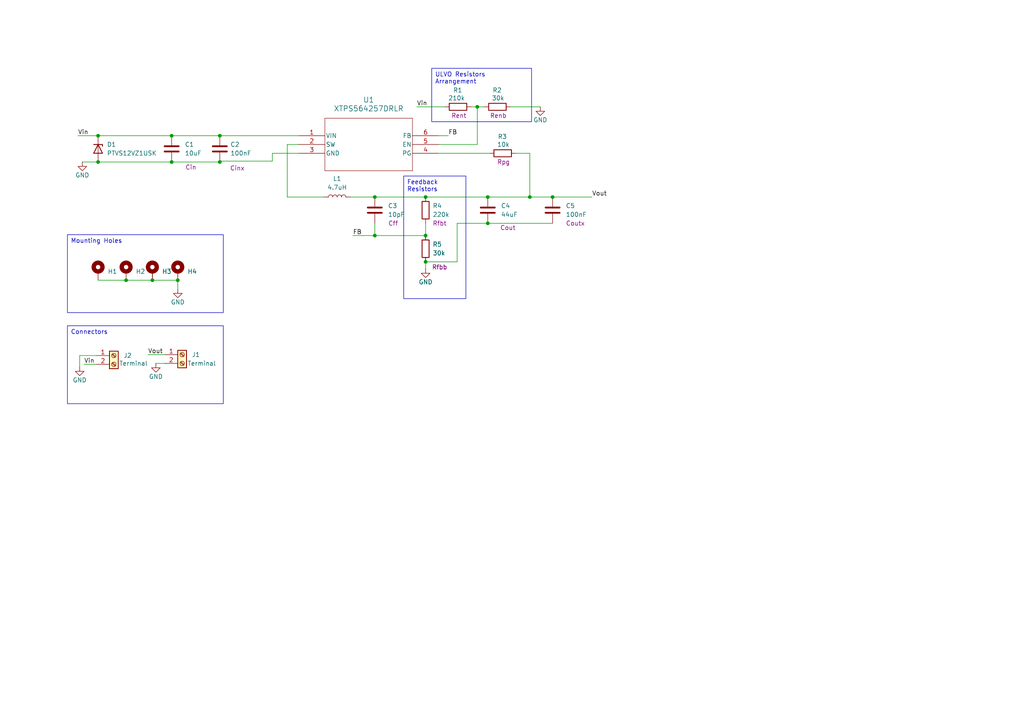
<source format=kicad_sch>
(kicad_sch (version 20231120) (generator "eeschema") (generator_version "8.0")
  (paper "A4")
  (lib_symbols
    (symbol "Connector:Screw_Terminal_01x02" (pin_names (offset 1.016) hide)
      (property "Reference" "J" (at 0 2.54 0))
      (property "Value" "Screw_Terminal_01x02" (at 0 -5.08 0))
      (symbol "Screw_Terminal_01x02_1_1"
        (rectangle (start -1.27 1.27) (end 1.27 -3.81) (stroke (width 0.254)) (fill (type background)))
        (circle (center 0 -2.54) (radius 0.635) (stroke (width 0.1524)))
        (polyline (pts (xy -0.5334 -2.2098) (xy 0.3302 -3.048)) (stroke (width 0.1524)))
        (polyline (pts (xy -0.5334 0.3302) (xy 0.3302 -0.508)) (stroke (width 0.1524)))
        (polyline (pts (xy -0.3556 -2.032) (xy 0.508 -2.8702)) (stroke (width 0.1524)))
        (polyline (pts (xy -0.3556 0.508) (xy 0.508 -0.3302)) (stroke (width 0.1524)))
        (circle (center 0 0) (radius 0.635) (stroke (width 0.1524)))
        (pin passive line (at -5.08 0 0) (length 3.81) (name "Pin_1") (number "1"))
        (pin passive line (at -5.08 -2.54 0) (length 3.81) (name "Pin_2") (number "2"))
      )
    )
    (symbol "Device:C" (pin_numbers hide) (pin_names (offset 0.254))
      (property "Reference" "C" (at 0.635 2.54 0))
      (property "Value" "C" (at 0.635 -2.54 0))
      (symbol "C_0_1"
        (polyline (pts (xy -2.032 -0.762) (xy 2.032 -0.762)) (stroke (width 0.508)))
        (polyline (pts (xy -2.032 0.762) (xy 2.032 0.762)) (stroke (width 0.508)))
      )
      (symbol "C_1_1"
        (pin passive line (at 0 3.81 270) (length 2.794) (name "~") (number "1"))
        (pin passive line (at 0 -3.81 90) (length 2.794) (name "~") (number "2"))
      )
    )
    (symbol "Device:L" (pin_numbers hide) (pin_names (offset 1.016) hide)
      (property "Reference" "L" (at -1.27 0 90))
      (property "Value" "L" (at 1.905 0 90))
      (symbol "L_0_1"
        (arc (start 0 -2.54) (mid 0.6323 -1.905) (end 0 -1.27))
        (arc (start 0 -1.27) (mid 0.6323 -0.635) (end 0 0))
        (arc (start 0 0) (mid 0.6323 0.635) (end 0 1.27))
        (arc (start 0 1.27) (mid 0.6323 1.905) (end 0 2.54))
      )
      (symbol "L_1_1"
        (pin passive line (at 0 3.81 270) (length 1.27) (name "1") (number "1"))
        (pin passive line (at 0 -3.81 90) (length 1.27) (name "2") (number "2"))
      )
    )
    (symbol "Device:R" (pin_numbers hide) (pin_names (offset 0))
      (property "Reference" "R" (at 2.032 0 90))
      (property "Value" "R" (at 0 0 90))
      (symbol "R_0_1"
        (rectangle (start -1.016 -2.54) (end 1.016 2.54) (stroke (width 0.254)))
      )
      (symbol "R_1_1"
        (pin passive line (at 0 3.81 270) (length 1.27) (name "~") (number "1"))
        (pin passive line (at 0 -3.81 90) (length 1.27) (name "~") (number "2"))
      )
    )
    (symbol "Diode:PTVS12VZ1USK" (pin_numbers hide) (pin_names hide)
      (property "Reference" "D" (at 0 2.54 0))
      (property "Value" "PTVS12VZ1USK" (at 0 -2.54 0))
      (symbol "PTVS12VZ1USK_0_1"
        (polyline (pts (xy 1.27 0) (xy -1.27 0)))
        (polyline (pts (xy -1.27 -1.27) (xy -1.27 1.27) (xy -0.762 1.27)) (stroke (width 0.254)))
        (polyline (pts (xy 1.27 -1.27) (xy 1.27 1.27) (xy -1.27 0) (xy 1.27 -1.27)) (stroke (width 0.254)))
      )
      (symbol "PTVS12VZ1USK_1_1"
        (pin passive line (at -3.81 0 0) (length 2.54) (name "K") (number "1"))
        (pin passive line (at 3.81 0 180) (length 2.54) (name "A") (number "2"))
      )
    )
    (symbol "Mechanical:MountingHole_Pad" (pin_numbers hide) (pin_names (offset 1.016) hide) (exclude_from_sim yes) (in_bom no)
      (property "Reference" "H" (at 0 6.35 0))
      (property "Value" "MountingHole_Pad" (at 0 4.445 0))
      (symbol "MountingHole_Pad_0_1"
        (circle (center 0 1.27) (radius 1.27) (stroke (width 1.27)))
      )
      (symbol "MountingHole_Pad_1_1"
        (pin input line (at 0 -2.54 90) (length 2.54) (name "1") (number "1"))
      )
    )
    (symbol "TPS564257DRLR:XTPS564257DRLR" (pin_names (offset 0.254))
      (property "Reference" "U" (at 20.32 10.16 0))
      (property "Value" "XTPS564257DRLR" (at 20.32 7.62 0))
      (symbol "XTPS564257DRLR_0_1"
        (polyline (pts (xy 7.62 -10.16) (xy 33.02 -10.16)) (stroke (width 0.127)))
        (polyline (pts (xy 7.62 5.08) (xy 7.62 -10.16)) (stroke (width 0.127)))
        (polyline (pts (xy 33.02 -10.16) (xy 33.02 5.08)) (stroke (width 0.127)))
        (polyline (pts (xy 33.02 5.08) (xy 7.62 5.08)) (stroke (width 0.127)))
        (pin power_in line (at 0 0 0) (length 7.62) (name "VIN") (number "1"))
        (pin power_in line (at 0 -2.54 0) (length 7.62) (name "SW") (number "2"))
        (pin power_out line (at 0 -5.08 0) (length 7.62) (name "GND") (number "3"))
        (pin unspecified line (at 40.64 -5.08 180) (length 7.62) (name "PG") (number "4"))
        (pin unspecified line (at 40.64 -2.54 180) (length 7.62) (name "EN") (number "5"))
        (pin unspecified line (at 40.64 0 180) (length 7.62) (name "FB") (number "6"))
      )
    )
    (symbol "power:GND" (power) (pin_numbers hide) (pin_names (offset 0) hide)
      (property "Value" "GND" (at 0 -3.81 0))
      (symbol "GND_0_1"
        (polyline (pts (xy 0 0) (xy 0 -1.27) (xy 1.27 -1.27) (xy 0 -2.54) (xy -1.27 -1.27) (xy 0 -1.27)))
      )
      (symbol "GND_1_1"
        (pin power_in line (at 0 0 270) (length 0) (name "~") (number "1"))
      )
    )
  )
  (junction (at 141.478 57.15))
  (junction (at 160.274 57.15))
  (junction (at 123.444 75.946))
  (junction (at 108.712 57.15))
  (junction (at 49.784 39.37))
  (junction (at 44.196 81.28))
  (junction (at 49.784 46.99))
  (junction (at 141.478 64.77))
  (junction (at 28.448 39.37))
  (junction (at 63.754 39.37))
  (junction (at 63.754 46.99))
  (junction (at 153.67 57.15))
  (junction (at 138.43 30.988))
  (junction (at 36.576 81.28))
  (junction (at 51.562 81.28))
  (junction (at 108.712 68.326))
  (junction (at 123.444 57.15))
  (junction (at 28.448 46.99))
  (junction (at 123.444 68.326))
  (wire (pts (xy 22.606 39.37) (xy 28.448 39.37)))
  (wire (pts (xy 83.312 41.91) (xy 83.312 57.15)))
  (wire (pts (xy 83.312 57.15) (xy 93.98 57.15)))
  (wire (pts (xy 108.712 64.77) (xy 108.712 68.326)))
  (wire (pts (xy 63.754 46.736) (xy 78.994 46.736)))
  (wire (pts (xy 28.448 46.99) (xy 49.784 46.99)))
  (wire (pts (xy 123.444 75.946) (xy 132.588 75.946)))
  (wire (pts (xy 23.876 46.99) (xy 28.448 46.99)))
  (wire (pts (xy 132.588 64.77) (xy 141.478 64.77)))
  (wire (pts (xy 101.6 57.15) (xy 108.712 57.15)))
  (wire (pts (xy 138.43 30.988) (xy 140.462 30.988)))
  (wire (pts (xy 45.212 105.41) (xy 47.752 105.41)))
  (wire (pts (xy 130.048 39.37) (xy 127.254 39.37)))
  (wire (pts (xy 36.576 81.28) (xy 28.448 81.28)))
  (wire (pts (xy 123.444 57.15) (xy 141.478 57.15)))
  (wire (pts (xy 23.114 103.124) (xy 27.94 103.124)))
  (wire (pts (xy 171.704 57.15) (xy 160.274 57.15)))
  (wire (pts (xy 153.67 44.45) (xy 153.67 57.15)))
  (wire (pts (xy 138.43 41.91) (xy 138.43 30.988)))
  (wire (pts (xy 149.606 44.45) (xy 153.67 44.45)))
  (wire (pts (xy 123.444 64.77) (xy 123.444 68.326)))
  (wire (pts (xy 63.754 46.99) (xy 49.784 46.99)))
  (wire (pts (xy 78.994 44.45) (xy 86.614 44.45)))
  (wire (pts (xy 24.384 105.664) (xy 27.94 105.664)))
  (wire (pts (xy 127.254 44.45) (xy 141.986 44.45)))
  (wire (pts (xy 141.478 64.77) (xy 160.274 64.77)))
  (wire (pts (xy 49.784 39.37) (xy 63.754 39.37)))
  (wire (pts (xy 108.712 68.326) (xy 123.444 68.326)))
  (wire (pts (xy 23.114 106.426) (xy 23.114 103.124)))
  (wire (pts (xy 123.444 75.946) (xy 123.444 77.978)))
  (wire (pts (xy 148.082 30.988) (xy 156.718 30.988)))
  (wire (pts (xy 120.904 30.988) (xy 129.032 30.988)))
  (wire (pts (xy 86.614 39.37) (xy 63.754 39.37)))
  (wire (pts (xy 141.478 57.15) (xy 153.67 57.15)))
  (wire (pts (xy 78.994 46.736) (xy 78.994 44.45)))
  (wire (pts (xy 51.562 81.28) (xy 44.196 81.28)))
  (wire (pts (xy 136.652 30.988) (xy 138.43 30.988)))
  (wire (pts (xy 86.614 41.91) (xy 83.312 41.91)))
  (wire (pts (xy 153.67 57.15) (xy 160.274 57.15)))
  (wire (pts (xy 108.712 57.15) (xy 123.444 57.15)))
  (wire (pts (xy 42.926 102.87) (xy 47.752 102.87)))
  (wire (pts (xy 102.362 68.326) (xy 108.712 68.326)))
  (wire (pts (xy 132.588 75.946) (xy 132.588 64.77)))
  (wire (pts (xy 127.254 41.91) (xy 138.43 41.91)))
  (wire (pts (xy 28.448 39.37) (xy 49.784 39.37)))
  (wire (pts (xy 63.754 46.736) (xy 63.754 46.99)))
  (wire (pts (xy 44.196 81.28) (xy 36.576 81.28)))
  (wire (pts (xy 51.562 83.82) (xy 51.562 81.28)))
  (text_box "Mounting Holes" (at 19.558 68.072 0) (size 45.212 22.606) (effects (font (size 1.27 1.27)) (justify left top)))
  (text_box "Feedback Resistors" (at 117.094 51.054 0) (size 18.034 35.56) (effects (font (size 1.27 1.27)) (justify left top)))
  (text_box "ULVO Resistors Arrangement" (at 125.222 19.812 0) (size 28.956 15.494) (effects (font (size 1.27 1.27)) (justify left top)))
  (text_box "Connectors" (at 19.558 94.488 0) (size 45.212 22.606) (effects (font (size 1.27 1.27)) (justify left top)))
  (label "Vin" (at 24.384 105.664 0))
  (label "FB" (at 102.362 68.326 0))
  (label "FB" (at 130.048 39.37 0))
  (label "Vout" (at 171.704 57.15 0))
  (label "Vin" (at 22.606 39.37 0))
  (label "Vout" (at 42.926 102.87 0))
  (label "Vin" (at 120.904 30.988 0))
  (symbol (lib_id "power:GND") (at 45.212 105.41 0) (unit 1)
    (property "Reference" "#PWR05" (effects (hide yes)))
    (property "Value" "GND" (at 45.212 109.22 0))
    (property "Description" "Power symbol creates a global label with name \"GND\" , ground" (effects (hide yes)))
  )
  (symbol (lib_id "Device:C") (at 63.754 43.18 0) (unit 1)
    (property "Reference" "C2" (at 66.802 41.9099 0) (effects (justify left)))
    (property "Value" "100nF" (at 66.802 44.4499 0) (effects (justify left)))
    (property "Footprint" "Capacitor_SMD:C_0603_1608Metric" (effects (hide yes)))
    (property "Description" "Unpolarized capacitor" (effects (hide yes)))
    (property "ID" "Cinx" (at 68.834 48.768 0))
  )
  (symbol (lib_id "Mechanical:MountingHole_Pad") (at 28.448 78.74 0) (unit 1) (exclude_from_sim yes) (in_bom no)
    (property "Reference" "H1" (at 31.242 78.74 0) (effects (justify left)))
    (property "Value" "MountingHole_Pad" (effects (hide yes)))
    (property "Footprint" "MountingHole:MountingHole_2.2mm_M2_DIN965_Pad_TopBottom" (effects (hide yes)))
    (property "Description" "Mounting Hole with connection" (effects (hide yes)))
  )
  (symbol (lib_id "Diode:PTVS12VZ1USK") (at 28.448 43.18 270) (unit 1)
    (property "Reference" "D1" (at 30.988 41.9099 90) (effects (justify left)))
    (property "Value" "PTVS12VZ1USK" (at 30.988 44.4499 90) (effects (justify left)))
    (property "Footprint" "Diode_SMD:Nexperia_DSN1608-2_1.6x0.8mm" (effects (hide yes)))
    (property "Datasheet" "https://assets.nexperia.com/documents/data-sheet/PTVS12VZ1USK.pdf" (effects (hide yes)))
    (property "Description" "12V, 1900W TVS unidirectional diode, DSN1608-2" (effects (hide yes)))
  )
  (symbol (lib_id "Device:L") (at 97.79 57.15 90) (unit 1)
    (property "Reference" "L1" (at 97.79 51.816 90))
    (property "Value" "4.7uH" (at 97.79 54.356 90))
    (property "Footprint" "CLF10040T-4R7N-D:IND_CLF10040T-4R7N-D" (effects (hide yes)))
    (property "Description" "Inductor" (effects (hide yes)))
  )
  (symbol (lib_id "power:GND") (at 123.444 77.978 0) (unit 1)
    (property "Reference" "#PWR03" (effects (hide yes)))
    (property "Value" "GND" (at 123.444 81.788 0))
    (property "Description" "Power symbol creates a global label with name \"GND\" , ground" (effects (hide yes)))
  )
  (symbol (lib_id "Device:R") (at 132.842 30.988 90) (unit 1)
    (property "Reference" "R1" (at 134.112 26.162 90) (effects (justify left)))
    (property "Value" "210k" (at 134.874 28.448 90) (effects (justify left)))
    (property "Footprint" "Resistor_SMD:R_0603_1608Metric" (effects (hide yes)))
    (property "Description" "Resistor" (effects (hide yes)))
    (property "ID" "Rent" (at 133.096 33.528 90))
  )
  (symbol (lib_id "Device:C") (at 141.478 60.96 0) (unit 1)
    (property "Reference" "C4" (at 145.288 59.6899 0) (effects (justify left)))
    (property "Value" "44uF" (at 145.288 62.2299 0) (effects (justify left)))
    (property "Footprint" "Capacitor_SMD:C_0805_2012Metric" (effects (hide yes)))
    (property "Description" "Unpolarized capacitor" (effects (hide yes)))
    (property "ID" "Cout" (at 147.32 66.04 0))
  )
  (symbol (lib_id "Connector:Screw_Terminal_01x02") (at 52.832 102.87 0) (unit 1)
    (property "Reference" "J1" (at 55.626 102.8699 0) (effects (justify left)))
    (property "Value" "Terminal" (at 54.356 105.41 0) (effects (justify left)))
    (property "Footprint" "TerminalBlock_Phoenix:TerminalBlock_Phoenix_MPT-0,5-2-2.54_1x02_P2.54mm_Horizontal" (effects (hide yes)))
    (property "Datasheet" "https://www.phoenixcontact.com/en-us/products/printed-circuit-board-terminal-mpt-05-2-254-1725656" (effects (hide yes)))
    (property "Description" "Generic screw terminal, single row, 01x02, script generated (kicad-library-utils/schlib/autogen/connector/)" (effects (hide yes)))
    (property "Field5" "1725656" (effects (hide yes)))
  )
  (symbol (lib_id "Device:C") (at 108.712 60.96 0) (unit 1)
    (property "Reference" "C3" (at 112.522 59.6899 0) (effects (justify left)))
    (property "Value" "10pF" (at 112.522 62.2299 0) (effects (justify left)))
    (property "Footprint" "Capacitor_SMD:C_0402_1005Metric" (effects (hide yes)))
    (property "Description" "Unpolarized capacitor" (effects (hide yes)))
    (property "ID" "Cff" (at 114.046 64.77 0))
  )
  (symbol (lib_id "Device:R") (at 144.272 30.988 90) (unit 1)
    (property "Reference" "R2" (at 145.542 26.162 90) (effects (justify left)))
    (property "Value" "30k" (at 146.304 28.448 90) (effects (justify left)))
    (property "Footprint" "Resistor_SMD:R_0603_1608Metric" (effects (hide yes)))
    (property "Description" "Resistor" (effects (hide yes)))
    (property "ID" "Renb" (at 144.526 33.528 90))
  )
  (symbol (lib_id "Mechanical:MountingHole_Pad") (at 51.562 78.74 0) (unit 1) (exclude_from_sim yes) (in_bom no)
    (property "Reference" "H4" (at 54.356 78.74 0) (effects (justify left)))
    (property "Value" "MountingHole_Pad" (effects (hide yes)))
    (property "Footprint" "MountingHole:MountingHole_2.2mm_M2_DIN965_Pad_TopBottom" (effects (hide yes)))
    (property "Description" "Mounting Hole with connection" (effects (hide yes)))
  )
  (symbol (lib_id "TPS564257DRLR:XTPS564257DRLR") (at 86.614 39.37 0) (unit 1)
    (property "Reference" "U1" (at 106.934 28.956 0) (effects (font (size 1.524 1.524))))
    (property "Value" "XTPS564257DRLR" (at 106.934 31.496 0) (effects (font (size 1.524 1.524))))
    (property "Footprint" "TPS564257DLR:TPS564242DRLR_TEX" (effects (hide yes)))
    (property "Datasheet" "XTPS564257DRLR" (effects (hide yes)))
  )
  (symbol (lib_id "Mechanical:MountingHole_Pad") (at 44.196 78.74 0) (unit 1) (exclude_from_sim yes) (in_bom no)
    (property "Reference" "H3" (at 46.99 78.74 0) (effects (justify left)))
    (property "Value" "MountingHole_Pad" (effects (hide yes)))
    (property "Footprint" "MountingHole:MountingHole_2.2mm_M2_DIN965_Pad_TopBottom" (effects (hide yes)))
    (property "Description" "Mounting Hole with connection" (effects (hide yes)))
  )
  (symbol (lib_id "power:GND") (at 23.876 46.99 0) (unit 1)
    (property "Reference" "#PWR02" (effects (hide yes)))
    (property "Value" "GND" (at 23.876 50.8 0))
    (property "Description" "Power symbol creates a global label with name \"GND\" , ground" (effects (hide yes)))
  )
  (symbol (lib_id "power:GND") (at 156.718 30.988 0) (unit 1)
    (property "Reference" "#PWR01" (effects (hide yes)))
    (property "Value" "GND" (at 156.718 34.798 0))
    (property "Description" "Power symbol creates a global label with name \"GND\" , ground" (effects (hide yes)))
  )
  (symbol (lib_id "Mechanical:MountingHole_Pad") (at 36.576 78.74 0) (unit 1) (exclude_from_sim yes) (in_bom no)
    (property "Reference" "H2" (at 39.37 78.74 0) (effects (justify left)))
    (property "Value" "MountingHole_Pad" (effects (hide yes)))
    (property "Footprint" "MountingHole:MountingHole_2.2mm_M2_DIN965_Pad_TopBottom" (effects (hide yes)))
    (property "Description" "Mounting Hole with connection" (effects (hide yes)))
  )
  (symbol (lib_id "Device:R") (at 145.796 44.45 90) (unit 1)
    (property "Reference" "R3" (at 147.066 39.624 90) (effects (justify left)))
    (property "Value" "10k" (at 147.828 41.91 90) (effects (justify left)))
    (property "Footprint" "Resistor_SMD:R_0603_1608Metric" (effects (hide yes)))
    (property "Description" "Resistor" (effects (hide yes)))
    (property "ID" "Rpg" (at 146.05 46.99 90))
  )
  (symbol (lib_id "Device:R") (at 123.444 72.136 0) (unit 1)
    (property "Reference" "R5" (at 125.476 70.8659 0) (effects (justify left)))
    (property "Value" "30k" (at 125.476 73.4059 0) (effects (justify left)))
    (property "Footprint" "Resistor_SMD:R_0603_1608Metric" (effects (hide yes)))
    (property "Description" "Resistor" (effects (hide yes)))
    (property "ID" "Rfbb" (at 127.508 77.47 0))
  )
  (symbol (lib_id "Device:C") (at 160.274 60.96 0) (unit 1)
    (property "Reference" "C5" (at 164.084 59.6899 0) (effects (justify left)))
    (property "Value" "100nF" (at 164.084 62.2299 0) (effects (justify left)))
    (property "Footprint" "Capacitor_SMD:C_0603_1608Metric" (effects (hide yes)))
    (property "Description" "Unpolarized capacitor" (effects (hide yes)))
    (property "ID" "Coutx" (at 166.878 64.77 0))
  )
  (symbol (lib_id "Device:C") (at 49.784 43.18 0) (unit 1)
    (property "Reference" "C1" (at 53.594 41.9099 0) (effects (justify left)))
    (property "Value" "10uF" (at 53.594 44.4499 0) (effects (justify left)))
    (property "Footprint" "Capacitor_SMD:C_0805_2012Metric" (effects (hide yes)))
    (property "Description" "Unpolarized capacitor" (effects (hide yes)))
    (property "ID" "Cin" (at 55.372 48.514 0))
  )
  (symbol (lib_id "power:GND") (at 23.114 106.426 0) (unit 1)
    (property "Reference" "#PWR06" (effects (hide yes)))
    (property "Value" "GND" (at 23.114 110.236 0))
    (property "Description" "Power symbol creates a global label with name \"GND\" , ground" (effects (hide yes)))
  )
  (symbol (lib_id "Device:R") (at 123.444 60.96 0) (unit 1)
    (property "Reference" "R4" (at 125.476 59.6899 0) (effects (justify left)))
    (property "Value" "220k" (at 125.476 62.2299 0) (effects (justify left)))
    (property "Footprint" "Resistor_SMD:R_0603_1608Metric" (effects (hide yes)))
    (property "Description" "Resistor" (effects (hide yes)))
    (property "ID" "Rfbt" (at 127.508 64.77 0))
  )
  (symbol (lib_id "power:GND") (at 51.562 83.82 0) (unit 1)
    (property "Reference" "#PWR04" (effects (hide yes)))
    (property "Value" "GND" (at 51.562 87.63 0))
    (property "Description" "Power symbol creates a global label with name \"GND\" , ground" (effects (hide yes)))
  )
  (symbol (lib_id "Connector:Screw_Terminal_01x02") (at 33.02 103.124 0) (unit 1)
    (property "Reference" "J2" (at 35.814 103.1239 0) (effects (justify left)))
    (property "Value" "Terminal" (at 34.544 105.41 0) (effects (justify left)))
    (property "Footprint" "TerminalBlock_Phoenix:TerminalBlock_Phoenix_MPT-0,5-2-2.54_1x02_P2.54mm_Horizontal" (effects (hide yes)))
    (property "Datasheet" "https://www.phoenixcontact.com/en-us/products/printed-circuit-board-terminal-mpt-05-2-254-1725656" (effects (hide yes)))
    (property "Description" "Generic screw terminal, single row, 01x02, script generated (kicad-library-utils/schlib/autogen/connector/)" (effects (hide yes)))
    (property "Field5" "1725656" (effects (hide yes)))
  )
)
</source>
